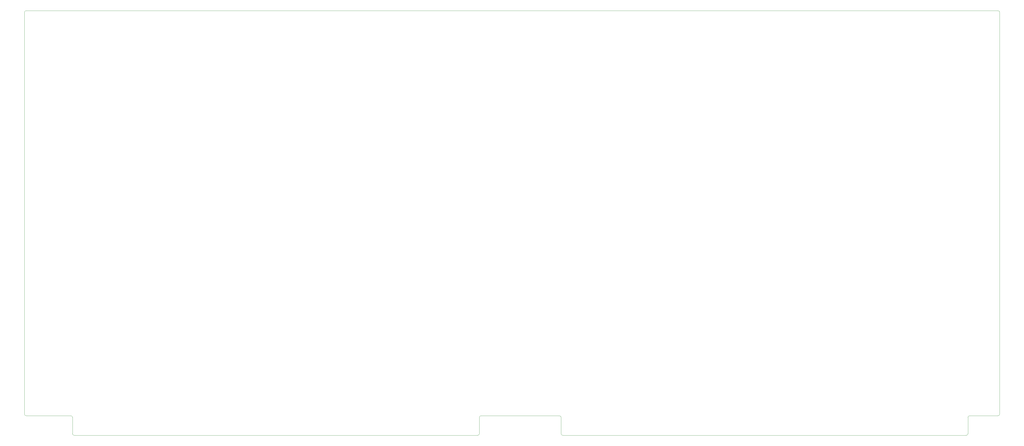
<source format=gm1>
G04 #@! TF.GenerationSoftware,KiCad,Pcbnew,(5.1.4)-1*
G04 #@! TF.CreationDate,2019-11-18T03:08:56+02:00*
G04 #@! TF.ProjectId,HexPerTerminal,48657850-6572-4546-9572-6d696e616c2e,0.1*
G04 #@! TF.SameCoordinates,Original*
G04 #@! TF.FileFunction,Profile,NP*
%FSLAX46Y46*%
G04 Gerber Fmt 4.6, Leading zero omitted, Abs format (unit mm)*
G04 Created by KiCad (PCBNEW (5.1.4)-1) date 2019-11-18 03:08:56*
%MOMM*%
%LPD*%
G04 APERTURE LIST*
%ADD10C,0.050000*%
G04 APERTURE END LIST*
D10*
X18669000Y-158115000D02*
X18669000Y-164465000D01*
X19304000Y-165100000D02*
G75*
G02X18669000Y-164465000I0J635000D01*
G01*
X0Y-635000D02*
X0Y-156845000D01*
X176784000Y-158115000D02*
G75*
G02X177419000Y-157480000I635000J0D01*
G01*
X18034000Y-157480000D02*
G75*
G02X18669000Y-158115000I0J-635000D01*
G01*
X366649000Y-164465000D02*
G75*
G02X366014000Y-165100000I-635000J0D01*
G01*
X366649000Y-164465000D02*
X366649000Y-158115000D01*
X209169000Y-165100000D02*
X266954000Y-165100000D01*
X208534000Y-158115000D02*
X208534000Y-164465000D01*
X209169000Y-165100000D02*
G75*
G02X208534000Y-164465000I0J635000D01*
G01*
X207899000Y-157480000D02*
G75*
G02X208534000Y-158115000I0J-635000D01*
G01*
X266954000Y-165100000D02*
X366014000Y-165100000D01*
X96139000Y-165100000D02*
X176149000Y-165100000D01*
X176784000Y-158115000D02*
X176784000Y-164465000D01*
X207899000Y-157480000D02*
X177419000Y-157480000D01*
X176784000Y-164465000D02*
G75*
G02X176149000Y-165100000I-635000J0D01*
G01*
X366649000Y-158115000D02*
G75*
G02X367284000Y-157480000I635000J0D01*
G01*
X378968000Y-156845000D02*
G75*
G02X378333000Y-157480000I-635000J0D01*
G01*
X367284000Y-157480000D02*
X378333000Y-157480000D01*
X378968000Y-635000D02*
X378968000Y-156845000D01*
X19304000Y-165100000D02*
X96139000Y-165100000D01*
X635000Y-157480000D02*
X18034000Y-157480000D01*
X378333000Y0D02*
X635000Y0D01*
X378333000Y0D02*
G75*
G02X378968000Y-635000I0J-635000D01*
G01*
X635000Y-157480000D02*
G75*
G02X0Y-156845000I0J635000D01*
G01*
X0Y-635000D02*
G75*
G02X635000Y0I635000J0D01*
G01*
M02*

</source>
